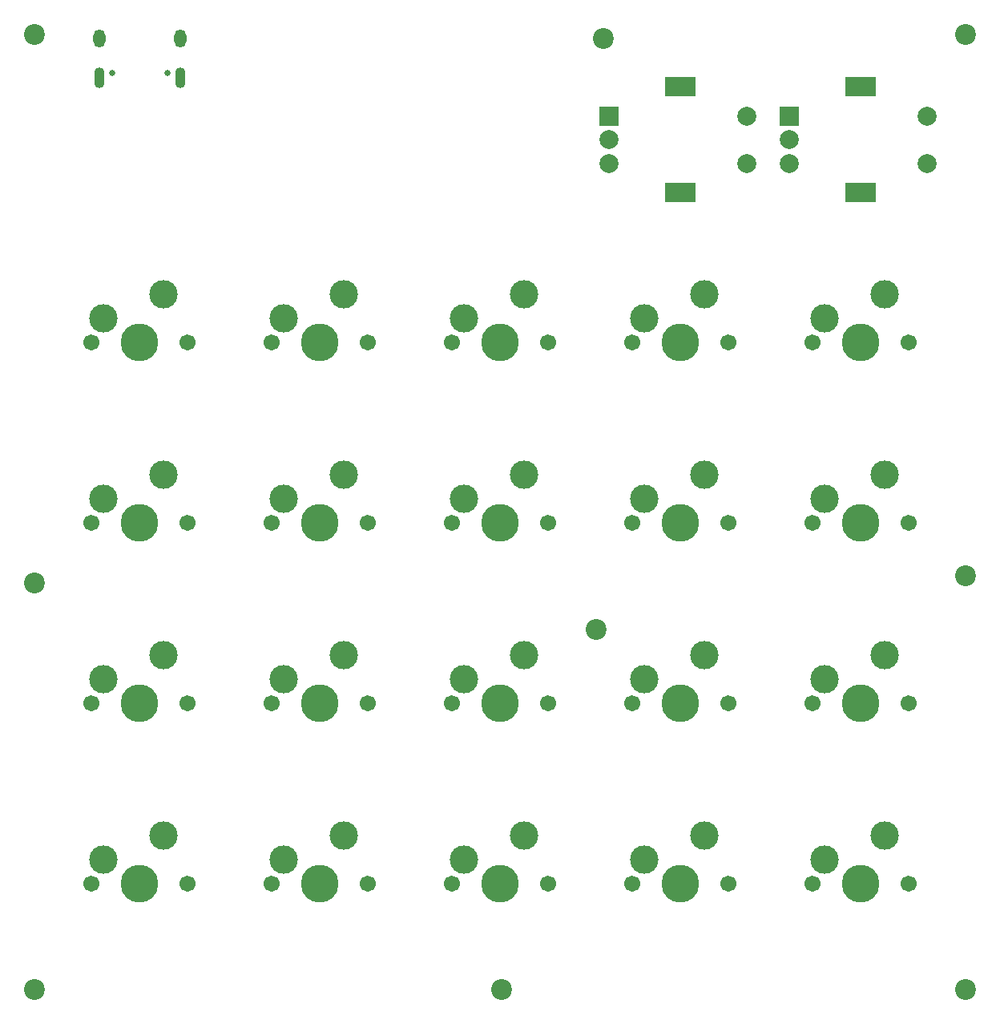
<source format=gbr>
%TF.GenerationSoftware,KiCad,Pcbnew,(6.0.4)*%
%TF.CreationDate,2022-06-27T22:54:41+02:00*%
%TF.ProjectId,MacroBoard-rounded,4d616372-6f42-46f6-9172-642d726f756e,rev?*%
%TF.SameCoordinates,Original*%
%TF.FileFunction,Soldermask,Top*%
%TF.FilePolarity,Negative*%
%FSLAX46Y46*%
G04 Gerber Fmt 4.6, Leading zero omitted, Abs format (unit mm)*
G04 Created by KiCad (PCBNEW (6.0.4)) date 2022-06-27 22:54:41*
%MOMM*%
%LPD*%
G01*
G04 APERTURE LIST*
%ADD10C,1.701800*%
%ADD11C,3.000000*%
%ADD12C,3.987800*%
%ADD13R,2.000000X2.000000*%
%ADD14C,2.000000*%
%ADD15R,3.200000X2.000000*%
%ADD16C,2.200000*%
%ADD17C,0.650000*%
%ADD18O,1.100000X2.200000*%
%ADD19O,1.300000X1.900000*%
G04 APERTURE END LIST*
D10*
%TO.C,MX10*%
X124142500Y-84137500D03*
D11*
X115252500Y-81597500D03*
D12*
X119062500Y-84137500D03*
D10*
X113982500Y-84137500D03*
D11*
X121602500Y-79057500D03*
%TD*%
D13*
%TO.C,SW3*%
X149662500Y-41156250D03*
D14*
X149662500Y-46156250D03*
X149662500Y-43656250D03*
D15*
X157162500Y-38056250D03*
X157162500Y-49256250D03*
D14*
X164162500Y-46156250D03*
X164162500Y-41156250D03*
%TD*%
D12*
%TO.C,MX18*%
X157162500Y-84137500D03*
D11*
X153352500Y-81597500D03*
X159702500Y-79057500D03*
D10*
X162242500Y-84137500D03*
X152082500Y-84137500D03*
%TD*%
D16*
%TO.C,H1*%
X130000000Y-33000000D03*
%TD*%
D12*
%TO.C,MX5*%
X100012500Y-65087500D03*
D11*
X102552500Y-60007500D03*
X96202500Y-62547500D03*
D10*
X105092500Y-65087500D03*
X94932500Y-65087500D03*
%TD*%
D16*
%TO.C,H8*%
X129200000Y-95400000D03*
%TD*%
%TO.C,H5*%
X168275000Y-133350000D03*
%TD*%
%TO.C,H4*%
X69850000Y-32543750D03*
%TD*%
D10*
%TO.C,MX20*%
X162242500Y-122237500D03*
D12*
X157162500Y-122237500D03*
D11*
X159702500Y-117157500D03*
D10*
X152082500Y-122237500D03*
D11*
X153352500Y-119697500D03*
%TD*%
D10*
%TO.C,MX2*%
X75882500Y-84137500D03*
D12*
X80962500Y-84137500D03*
D11*
X77152500Y-81597500D03*
X83502500Y-79057500D03*
D10*
X86042500Y-84137500D03*
%TD*%
D12*
%TO.C,MX7*%
X100012500Y-103187500D03*
D11*
X96202500Y-100647500D03*
D10*
X94932500Y-103187500D03*
D11*
X102552500Y-98107500D03*
D10*
X105092500Y-103187500D03*
%TD*%
D12*
%TO.C,MX1*%
X80962500Y-65087500D03*
D11*
X77152500Y-62547500D03*
D10*
X86042500Y-65087500D03*
X75882500Y-65087500D03*
D11*
X83502500Y-60007500D03*
%TD*%
D10*
%TO.C,MX3*%
X86042500Y-103187500D03*
D11*
X77152500Y-100647500D03*
X83502500Y-98107500D03*
D10*
X75882500Y-103187500D03*
D12*
X80962500Y-103187500D03*
%TD*%
D10*
%TO.C,MX6*%
X105092500Y-84137500D03*
X94932500Y-84137500D03*
D11*
X102552500Y-79057500D03*
X96202500Y-81597500D03*
D12*
X100012500Y-84137500D03*
%TD*%
D10*
%TO.C,MX17*%
X152082500Y-65087500D03*
X162242500Y-65087500D03*
D11*
X159702500Y-60007500D03*
X153352500Y-62547500D03*
D12*
X157162500Y-65087500D03*
%TD*%
D11*
%TO.C,MX11*%
X121602500Y-98107500D03*
D12*
X119062500Y-103187500D03*
D10*
X113982500Y-103187500D03*
X124142500Y-103187500D03*
D11*
X115252500Y-100647500D03*
%TD*%
%TO.C,MX9*%
X121602500Y-60007500D03*
D10*
X124142500Y-65087500D03*
X113982500Y-65087500D03*
D12*
X119062500Y-65087500D03*
D11*
X115252500Y-62547500D03*
%TD*%
D10*
%TO.C,MX16*%
X143192500Y-122237500D03*
D11*
X134302500Y-119697500D03*
D12*
X138112500Y-122237500D03*
D11*
X140652500Y-117157500D03*
D10*
X133032500Y-122237500D03*
%TD*%
D16*
%TO.C,H7*%
X119200000Y-133350000D03*
%TD*%
D11*
%TO.C,MX19*%
X153352500Y-100647500D03*
D12*
X157162500Y-103187500D03*
D11*
X159702500Y-98107500D03*
D10*
X162242500Y-103187500D03*
X152082500Y-103187500D03*
%TD*%
%TO.C,MX12*%
X124142500Y-122237500D03*
X113982500Y-122237500D03*
D11*
X115252500Y-119697500D03*
X121602500Y-117157500D03*
D12*
X119062500Y-122237500D03*
%TD*%
D10*
%TO.C,MX8*%
X105092500Y-122237500D03*
D11*
X96202500Y-119697500D03*
D12*
X100012500Y-122237500D03*
D11*
X102552500Y-117157500D03*
D10*
X94932500Y-122237500D03*
%TD*%
D16*
%TO.C,H6*%
X69850000Y-133350000D03*
%TD*%
%TO.C,H3*%
X168275000Y-32543750D03*
%TD*%
D11*
%TO.C,MX4*%
X83502500Y-117157500D03*
D12*
X80962500Y-122237500D03*
D11*
X77152500Y-119697500D03*
D10*
X75882500Y-122237500D03*
X86042500Y-122237500D03*
%TD*%
D11*
%TO.C,MX14*%
X140652500Y-79057500D03*
D10*
X133032500Y-84137500D03*
D11*
X134302500Y-81597500D03*
D12*
X138112500Y-84137500D03*
D10*
X143192500Y-84137500D03*
%TD*%
D16*
%TO.C,H2*%
X69850000Y-90487500D03*
%TD*%
%TO.C,H9*%
X168275000Y-89693750D03*
%TD*%
D13*
%TO.C,SW2*%
X130612500Y-41156250D03*
D14*
X130612500Y-46156250D03*
X130612500Y-43656250D03*
D15*
X138112500Y-49256250D03*
X138112500Y-38056250D03*
D14*
X145112500Y-46156250D03*
X145112500Y-41156250D03*
%TD*%
D10*
%TO.C,MX13*%
X143192500Y-65087500D03*
D11*
X140652500Y-60007500D03*
D12*
X138112500Y-65087500D03*
D11*
X134302500Y-62547500D03*
D10*
X133032500Y-65087500D03*
%TD*%
D11*
%TO.C,MX15*%
X134302500Y-100647500D03*
D12*
X138112500Y-103187500D03*
D11*
X140652500Y-98107500D03*
D10*
X133032500Y-103187500D03*
X143192500Y-103187500D03*
%TD*%
D17*
%TO.C,J1*%
X83887500Y-36599000D03*
X78107500Y-36599000D03*
D18*
X85297500Y-37150000D03*
X76697500Y-37150000D03*
D19*
X76697500Y-32950000D03*
X85297500Y-32950000D03*
%TD*%
M02*

</source>
